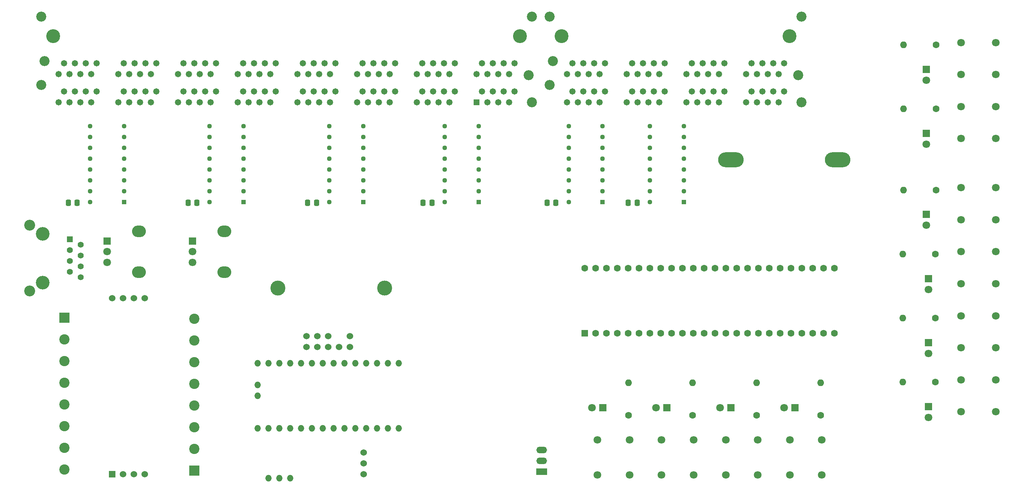
<source format=gbr>
G04 #@! TF.GenerationSoftware,KiCad,Pcbnew,(6.0.5-0)*
G04 #@! TF.CreationDate,2022-06-03T14:00:57-04:00*
G04 #@! TF.ProjectId,CentralBrain,43656e74-7261-46c4-9272-61696e2e6b69,rev?*
G04 #@! TF.SameCoordinates,Original*
G04 #@! TF.FileFunction,Soldermask,Top*
G04 #@! TF.FilePolarity,Negative*
%FSLAX46Y46*%
G04 Gerber Fmt 4.6, Leading zero omitted, Abs format (unit mm)*
G04 Created by KiCad (PCBNEW (6.0.5-0)) date 2022-06-03 14:00:57*
%MOMM*%
%LPD*%
G01*
G04 APERTURE LIST*
G04 Aperture macros list*
%AMRoundRect*
0 Rectangle with rounded corners*
0 $1 Rounding radius*
0 $2 $3 $4 $5 $6 $7 $8 $9 X,Y pos of 4 corners*
0 Add a 4 corners polygon primitive as box body*
4,1,4,$2,$3,$4,$5,$6,$7,$8,$9,$2,$3,0*
0 Add four circle primitives for the rounded corners*
1,1,$1+$1,$2,$3*
1,1,$1+$1,$4,$5*
1,1,$1+$1,$6,$7*
1,1,$1+$1,$8,$9*
0 Add four rect primitives between the rounded corners*
20,1,$1+$1,$2,$3,$4,$5,0*
20,1,$1+$1,$4,$5,$6,$7,0*
20,1,$1+$1,$6,$7,$8,$9,0*
20,1,$1+$1,$8,$9,$2,$3,0*%
G04 Aperture macros list end*
%ADD10C,3.250000*%
%ADD11C,1.478000*%
%ADD12C,2.355000*%
%ADD13C,1.803400*%
%ADD14C,1.524000*%
%ADD15O,1.524000X1.524000*%
%ADD16C,1.600000*%
%ADD17O,1.600000X1.600000*%
%ADD18R,1.130000X1.130000*%
%ADD19C,1.130000*%
%ADD20R,2.500000X1.500000*%
%ADD21O,2.500000X1.500000*%
%ADD22R,1.800000X1.800000*%
%ADD23C,1.800000*%
%ADD24C,3.500000*%
%ADD25O,3.240000X2.720000*%
%ADD26RoundRect,0.250000X0.337500X0.475000X-0.337500X0.475000X-0.337500X-0.475000X0.337500X-0.475000X0*%
%ADD27O,6.000000X3.500000*%
%ADD28R,1.530000X1.530000*%
%ADD29C,1.530000*%
%ADD30R,1.600000X1.600000*%
%ADD31C,3.200000*%
%ADD32R,1.408000X1.408000*%
%ADD33C,1.408000*%
%ADD34C,2.550000*%
%ADD35R,2.400000X2.400000*%
%ADD36C,2.400000*%
%ADD37R,1.478000X1.478000*%
G04 APERTURE END LIST*
D10*
G04 #@! TO.C,J6*
X198670000Y-34000000D03*
X145330000Y-34000000D03*
D11*
X197400000Y-46954000D03*
X196130000Y-49494000D03*
X194860000Y-46954000D03*
X193590000Y-49494000D03*
X192320000Y-46954000D03*
X191050000Y-49494000D03*
X189780000Y-46954000D03*
X188510000Y-49494000D03*
X183430000Y-46954000D03*
X182160000Y-49494000D03*
X180890000Y-46954000D03*
X179620000Y-49494000D03*
X178350000Y-46954000D03*
X177080000Y-49494000D03*
X175810000Y-46954000D03*
X174540000Y-49494000D03*
X169460000Y-46954000D03*
X168190000Y-49494000D03*
X166920000Y-46954000D03*
X165650000Y-49494000D03*
X164380000Y-46954000D03*
X163110000Y-49494000D03*
X161840000Y-46954000D03*
X160570000Y-49494000D03*
X155490000Y-46954000D03*
X154220000Y-49494000D03*
X152950000Y-46954000D03*
X151680000Y-49494000D03*
X150410000Y-46954000D03*
X149140000Y-49494000D03*
X147870000Y-46954000D03*
X146600000Y-49494000D03*
X197400000Y-40350000D03*
X196130000Y-42890000D03*
X194860000Y-40350000D03*
X193590000Y-42890000D03*
X192320000Y-40350000D03*
X191050000Y-42890000D03*
X189780000Y-40350000D03*
X188510000Y-42890000D03*
X183430000Y-40350000D03*
X182160000Y-42890000D03*
X180890000Y-40350000D03*
X179620000Y-42890000D03*
X178350000Y-40350000D03*
X177080000Y-42890000D03*
X175810000Y-40350000D03*
X174540000Y-42890000D03*
X169460000Y-40350000D03*
X168190000Y-42890000D03*
X166920000Y-40350000D03*
X165650000Y-42890000D03*
X164380000Y-40350000D03*
X163110000Y-42890000D03*
X161840000Y-40350000D03*
X160570000Y-42890000D03*
X155490000Y-40350000D03*
X154220000Y-42890000D03*
X152950000Y-40350000D03*
X151680000Y-42890000D03*
X150410000Y-40350000D03*
X149140000Y-42890000D03*
X147870000Y-40350000D03*
X146600000Y-42890000D03*
D12*
X201464000Y-29428000D03*
X142536000Y-29428000D03*
X201464000Y-49494000D03*
X200702000Y-43144000D03*
X142536000Y-45430000D03*
X143298000Y-39842000D03*
G04 #@! TD*
D13*
G04 #@! TO.C,J3*
X238806800Y-57999993D03*
X247006799Y-57999993D03*
X238806800Y-50499993D03*
X247006799Y-50499993D03*
X238806800Y-42999992D03*
X247006799Y-42999992D03*
X238806800Y-35499992D03*
X247006799Y-35499992D03*
G04 #@! TD*
G04 #@! TO.C,J1*
X153776999Y-128581800D03*
X153776999Y-136781799D03*
X161276999Y-128581800D03*
X161276999Y-136781799D03*
X168776999Y-128581800D03*
X168776999Y-136781799D03*
X176276999Y-128581800D03*
X176276999Y-136781799D03*
X183777000Y-128581800D03*
X183777000Y-136781799D03*
X191277000Y-128581800D03*
X191277000Y-136781799D03*
X198777000Y-128581800D03*
X198777000Y-136781799D03*
X206277000Y-128581800D03*
X206277000Y-136781799D03*
G04 #@! TD*
G04 #@! TO.C,J2*
X238806800Y-121999993D03*
X247006799Y-121999993D03*
X238806800Y-114499993D03*
X247006799Y-114499993D03*
X238806800Y-106999993D03*
X247006799Y-106999993D03*
X238806800Y-99499993D03*
X247006799Y-99499993D03*
X238806800Y-91999992D03*
X247006799Y-91999992D03*
X238806800Y-84499992D03*
X247006799Y-84499992D03*
X238806800Y-76999992D03*
X247006799Y-76999992D03*
X238806800Y-69499992D03*
X247006799Y-69499992D03*
G04 #@! TD*
D14*
G04 #@! TO.C,U5*
X95822701Y-104236000D03*
X90742701Y-104236000D03*
D15*
X74232701Y-125826000D03*
X76772701Y-125826000D03*
X79312701Y-125826000D03*
X81852701Y-125826000D03*
X84392701Y-125826000D03*
X86932701Y-125826000D03*
X89472701Y-125826000D03*
X92012701Y-125826000D03*
X94552701Y-125826000D03*
X97092701Y-125826000D03*
X99632701Y-125826000D03*
X102172701Y-125826000D03*
X104712701Y-125826000D03*
X107252701Y-125826000D03*
X74232701Y-115666000D03*
X74232701Y-118206000D03*
X107252701Y-110586000D03*
X104712701Y-110586000D03*
X102172701Y-110586000D03*
X99632701Y-110586000D03*
X97092701Y-110586000D03*
X94552701Y-110586000D03*
X92012701Y-110586000D03*
X89472701Y-110586000D03*
X86932701Y-110586000D03*
X84392701Y-110586000D03*
X81852701Y-110586000D03*
X79312701Y-110586000D03*
X76772701Y-110586000D03*
X74232701Y-110586000D03*
D14*
X95822701Y-106776000D03*
X93282701Y-106776000D03*
X90742701Y-106776000D03*
X88202701Y-106776000D03*
X85662701Y-106776000D03*
X88202701Y-104236000D03*
X85662701Y-104236000D03*
X99023101Y-131518140D03*
X99023101Y-134098780D03*
X99023101Y-136636240D03*
D15*
X81852701Y-137510000D03*
X79312701Y-137510000D03*
X76772701Y-137510000D03*
G04 #@! TD*
D16*
G04 #@! TO.C,R7*
X232810000Y-85051992D03*
D17*
X225190000Y-85051992D03*
G04 #@! TD*
D16*
G04 #@! TO.C,R4*
X206000000Y-122810000D03*
D17*
X206000000Y-115190000D03*
G04 #@! TD*
D16*
G04 #@! TO.C,R2*
X176000000Y-122810000D03*
D17*
X176000000Y-115190000D03*
G04 #@! TD*
D16*
G04 #@! TO.C,R1*
X161000000Y-122810000D03*
D17*
X161000000Y-115190000D03*
G04 #@! TD*
D18*
G04 #@! TO.C,U7*
X70970000Y-72890000D03*
D19*
X70970000Y-70350000D03*
X70970000Y-67810000D03*
X70970000Y-65270000D03*
X70970000Y-62730000D03*
X70970000Y-60190000D03*
X70970000Y-57650000D03*
X70970000Y-55110000D03*
X63030000Y-55110000D03*
X63030000Y-57650000D03*
X63030000Y-60190000D03*
X63030000Y-62730000D03*
X63030000Y-65270000D03*
X63030000Y-67810000D03*
X63030000Y-70350000D03*
X63030000Y-72890000D03*
G04 #@! TD*
D20*
G04 #@! TO.C,U4*
X140682500Y-136000000D03*
D21*
X140682500Y-133460000D03*
X140682500Y-130920000D03*
G04 #@! TD*
D18*
G04 #@! TO.C,U11*
X154970000Y-72890000D03*
D19*
X154970000Y-70350000D03*
X154970000Y-67810000D03*
X154970000Y-65270000D03*
X154970000Y-62730000D03*
X154970000Y-60190000D03*
X154970000Y-57650000D03*
X154970000Y-55110000D03*
X147030000Y-55110000D03*
X147030000Y-57650000D03*
X147030000Y-60190000D03*
X147030000Y-62730000D03*
X147030000Y-65270000D03*
X147030000Y-67810000D03*
X147030000Y-70350000D03*
X147030000Y-72890000D03*
G04 #@! TD*
D22*
G04 #@! TO.C,D7*
X231225000Y-90776992D03*
D23*
X231225000Y-93316992D03*
G04 #@! TD*
D16*
G04 #@! TO.C,R9*
X233000000Y-51051992D03*
D17*
X225380000Y-51051992D03*
G04 #@! TD*
D18*
G04 #@! TO.C,U8*
X125970000Y-72890000D03*
D19*
X125970000Y-70350000D03*
X125970000Y-67810000D03*
X125970000Y-65270000D03*
X125970000Y-62730000D03*
X125970000Y-60190000D03*
X125970000Y-57650000D03*
X125970000Y-55110000D03*
X118030000Y-55110000D03*
X118030000Y-57650000D03*
X118030000Y-60190000D03*
X118030000Y-62730000D03*
X118030000Y-65270000D03*
X118030000Y-67810000D03*
X118030000Y-70350000D03*
X118030000Y-72890000D03*
G04 #@! TD*
D24*
G04 #@! TO.C,H3*
X104000000Y-93000000D03*
G04 #@! TD*
D22*
G04 #@! TO.C,D3*
X185000000Y-121000000D03*
D23*
X182460000Y-121000000D03*
G04 #@! TD*
D22*
G04 #@! TO.C,D8*
X230725000Y-75776992D03*
D23*
X230725000Y-78316992D03*
G04 #@! TD*
D18*
G04 #@! TO.C,U9*
X42970000Y-72890000D03*
D19*
X42970000Y-70350000D03*
X42970000Y-67810000D03*
X42970000Y-65270000D03*
X42970000Y-62730000D03*
X42970000Y-60190000D03*
X42970000Y-57650000D03*
X42970000Y-55110000D03*
X35030000Y-55110000D03*
X35030000Y-57650000D03*
X35030000Y-60190000D03*
X35030000Y-62730000D03*
X35030000Y-65270000D03*
X35030000Y-67810000D03*
X35030000Y-70350000D03*
X35030000Y-72890000D03*
G04 #@! TD*
D16*
G04 #@! TO.C,R10*
X233000000Y-36051992D03*
D17*
X225380000Y-36051992D03*
G04 #@! TD*
D25*
G04 #@! TO.C,RV2*
X46500000Y-89300000D03*
X46500000Y-79700000D03*
D22*
X39000000Y-82000000D03*
D23*
X39000000Y-84500000D03*
X39000000Y-87000000D03*
G04 #@! TD*
D26*
G04 #@! TO.C,C6*
X163037500Y-73000000D03*
X160962500Y-73000000D03*
G04 #@! TD*
D27*
G04 #@! TO.C,H4*
X185000000Y-63000000D03*
G04 #@! TD*
D28*
G04 #@! TO.C,U1*
X40190000Y-136600000D03*
D29*
X42730000Y-136600000D03*
X45270000Y-136600000D03*
X47810000Y-136600000D03*
X47810000Y-95380000D03*
X45270000Y-95380000D03*
X42730000Y-95380000D03*
X40190000Y-95380000D03*
G04 #@! TD*
D26*
G04 #@! TO.C,C1*
X29962500Y-73000000D03*
X32037500Y-73000000D03*
G04 #@! TD*
D22*
G04 #@! TO.C,D9*
X230725000Y-56776992D03*
D23*
X230725000Y-59316992D03*
G04 #@! TD*
D26*
G04 #@! TO.C,C4*
X144037500Y-73000000D03*
X141962500Y-73000000D03*
G04 #@! TD*
D16*
G04 #@! TO.C,R8*
X233000000Y-70051992D03*
D17*
X225380000Y-70051992D03*
G04 #@! TD*
D22*
G04 #@! TO.C,D10*
X230725000Y-41776992D03*
D23*
X230725000Y-44316992D03*
G04 #@! TD*
D30*
G04 #@! TO.C,U3*
X150790000Y-103620000D03*
D16*
X153330000Y-103620000D03*
X155870000Y-103620000D03*
X158410000Y-103620000D03*
X160950000Y-103620000D03*
X163490000Y-103620000D03*
X166030000Y-103620000D03*
X168570000Y-103620000D03*
X171110000Y-103620000D03*
X173650000Y-103620000D03*
X176190000Y-103620000D03*
X178730000Y-103620000D03*
X181270000Y-103620000D03*
X183810000Y-103620000D03*
X186350000Y-103620000D03*
X188890000Y-103620000D03*
X191430000Y-103620000D03*
X193970000Y-103620000D03*
X196510000Y-103620000D03*
X199050000Y-103620000D03*
X201590000Y-103620000D03*
X204130000Y-103620000D03*
X206670000Y-103620000D03*
X209210000Y-103620000D03*
X209210000Y-88380000D03*
X206670000Y-88380000D03*
X204130000Y-88380000D03*
X201590000Y-88380000D03*
X199050000Y-88380000D03*
X196510000Y-88380000D03*
X193970000Y-88380000D03*
X191430000Y-88380000D03*
X188890000Y-88380000D03*
X186350000Y-88380000D03*
X183810000Y-88380000D03*
X181270000Y-88380000D03*
X178730000Y-88380000D03*
X176190000Y-88380000D03*
X173650000Y-88380000D03*
X171110000Y-88380000D03*
X168570000Y-88380000D03*
X166030000Y-88380000D03*
X163490000Y-88380000D03*
X160950000Y-88380000D03*
X158410000Y-88380000D03*
X155870000Y-88380000D03*
X153330000Y-88380000D03*
X150790000Y-88380000D03*
G04 #@! TD*
D22*
G04 #@! TO.C,D4*
X200000000Y-121000000D03*
D23*
X197460000Y-121000000D03*
G04 #@! TD*
D24*
G04 #@! TO.C,H1*
X79000000Y-93000000D03*
G04 #@! TD*
D18*
G04 #@! TO.C,U10*
X173970000Y-72890000D03*
D19*
X173970000Y-70350000D03*
X173970000Y-67810000D03*
X173970000Y-65270000D03*
X173970000Y-62730000D03*
X173970000Y-60190000D03*
X173970000Y-57650000D03*
X173970000Y-55110000D03*
X166030000Y-55110000D03*
X166030000Y-57650000D03*
X166030000Y-60190000D03*
X166030000Y-62730000D03*
X166030000Y-65270000D03*
X166030000Y-67810000D03*
X166030000Y-70350000D03*
X166030000Y-72890000D03*
G04 #@! TD*
D26*
G04 #@! TO.C,C3*
X60037500Y-73000000D03*
X57962500Y-73000000D03*
G04 #@! TD*
D22*
G04 #@! TO.C,D1*
X155000000Y-121000000D03*
D23*
X152460000Y-121000000D03*
G04 #@! TD*
D22*
G04 #@! TO.C,D5*
X231225000Y-120776992D03*
D23*
X231225000Y-123316992D03*
G04 #@! TD*
D31*
G04 #@! TO.C,J7*
X24000000Y-91715000D03*
X24000000Y-80285000D03*
D32*
X30350000Y-81555000D03*
D33*
X32890000Y-82825000D03*
X30350000Y-84095000D03*
X32890000Y-85365000D03*
X30350000Y-86635000D03*
X32890000Y-87905000D03*
X30350000Y-89175000D03*
X32890000Y-90445000D03*
D34*
X20950000Y-78285000D03*
X20950000Y-93715000D03*
G04 #@! TD*
D25*
G04 #@! TO.C,RV1*
X66500000Y-79700000D03*
X66500000Y-89300000D03*
D22*
X59000000Y-82000000D03*
D23*
X59000000Y-84500000D03*
X59000000Y-87000000D03*
G04 #@! TD*
D35*
G04 #@! TO.C,J4*
X59462500Y-135780000D03*
D36*
X59462500Y-130700000D03*
X59462500Y-125620000D03*
X59462500Y-120540000D03*
X59462500Y-115460000D03*
X59462500Y-110380000D03*
X59462500Y-105300000D03*
X59462500Y-100220000D03*
G04 #@! TD*
D16*
G04 #@! TO.C,R3*
X191000000Y-122810000D03*
D17*
X191000000Y-115190000D03*
G04 #@! TD*
D35*
G04 #@! TO.C,J8*
X29000000Y-100000000D03*
D36*
X29000000Y-105080000D03*
X29000000Y-110160000D03*
X29000000Y-115240000D03*
X29000000Y-120320000D03*
X29000000Y-125400000D03*
X29000000Y-130480000D03*
X29000000Y-135560000D03*
G04 #@! TD*
D22*
G04 #@! TO.C,D6*
X231225000Y-105776992D03*
D23*
X231225000Y-108316992D03*
G04 #@! TD*
D26*
G04 #@! TO.C,C2*
X88037500Y-73000000D03*
X85962500Y-73000000D03*
G04 #@! TD*
D16*
G04 #@! TO.C,R6*
X232810000Y-100051992D03*
D17*
X225190000Y-100051992D03*
G04 #@! TD*
D16*
G04 #@! TO.C,R5*
X232810000Y-115051992D03*
D17*
X225190000Y-115051992D03*
G04 #@! TD*
D18*
G04 #@! TO.C,U6*
X98970000Y-72890000D03*
D19*
X98970000Y-70350000D03*
X98970000Y-67810000D03*
X98970000Y-65270000D03*
X98970000Y-62730000D03*
X98970000Y-60190000D03*
X98970000Y-57650000D03*
X98970000Y-55110000D03*
X91030000Y-55110000D03*
X91030000Y-57650000D03*
X91030000Y-60190000D03*
X91030000Y-62730000D03*
X91030000Y-65270000D03*
X91030000Y-67810000D03*
X91030000Y-70350000D03*
X91030000Y-72890000D03*
G04 #@! TD*
D27*
G04 #@! TO.C,H6*
X210000000Y-63000000D03*
G04 #@! TD*
D22*
G04 #@! TO.C,D2*
X170000000Y-121000000D03*
D23*
X167460000Y-121000000D03*
G04 #@! TD*
D10*
G04 #@! TO.C,J5*
X26390000Y-34000000D03*
X135610000Y-34000000D03*
D37*
X125450000Y-49490000D03*
D11*
X126720000Y-46950000D03*
X127990000Y-49490000D03*
X129260000Y-46950000D03*
X130530000Y-49490000D03*
X131800000Y-46950000D03*
X133070000Y-49490000D03*
X134340000Y-46950000D03*
X111480000Y-49490000D03*
X112750000Y-46950000D03*
X114020000Y-49490000D03*
X115290000Y-46950000D03*
X116560000Y-49490000D03*
X117830000Y-46950000D03*
X119100000Y-49490000D03*
X120370000Y-46950000D03*
X97510000Y-49490000D03*
X98780000Y-46950000D03*
X100050000Y-49490000D03*
X101320000Y-46950000D03*
X102590000Y-49490000D03*
X103860000Y-46950000D03*
X105130000Y-49490000D03*
X106400000Y-46950000D03*
X83540000Y-49490000D03*
X84810000Y-46950000D03*
X86080000Y-49490000D03*
X87350000Y-46950000D03*
X88620000Y-49490000D03*
X89890000Y-46950000D03*
X91160000Y-49490000D03*
X92430000Y-46950000D03*
X69570000Y-49490000D03*
X70840000Y-46950000D03*
X72110000Y-49490000D03*
X73380000Y-46950000D03*
X74650000Y-49490000D03*
X75920000Y-46950000D03*
X77190000Y-49490000D03*
X78460000Y-46950000D03*
X55600000Y-49490000D03*
X56870000Y-46950000D03*
X58140000Y-49490000D03*
X59410000Y-46950000D03*
X60680000Y-49490000D03*
X61950000Y-46950000D03*
X63220000Y-49490000D03*
X64490000Y-46950000D03*
X41630000Y-49490000D03*
X42900000Y-46950000D03*
X44170000Y-49490000D03*
X45440000Y-46950000D03*
X46710000Y-49490000D03*
X47980000Y-46950000D03*
X49250000Y-49490000D03*
X50520000Y-46950000D03*
X27660000Y-49490000D03*
X28930000Y-46950000D03*
X30200000Y-49490000D03*
X31470000Y-46950000D03*
X32740000Y-49490000D03*
X34010000Y-46950000D03*
X35280000Y-49490000D03*
X36550000Y-46950000D03*
X134340000Y-40350000D03*
X133070000Y-42890000D03*
X131800000Y-40350000D03*
X130530000Y-42890000D03*
X129260000Y-40350000D03*
X127990000Y-42890000D03*
X126720000Y-40350000D03*
X125450000Y-42890000D03*
X120370000Y-40350000D03*
X119100000Y-42890000D03*
X117830000Y-40350000D03*
X116560000Y-42890000D03*
X115290000Y-40350000D03*
X114020000Y-42890000D03*
X112750000Y-40350000D03*
X111480000Y-42890000D03*
X106400000Y-40350000D03*
X105130000Y-42890000D03*
X103860000Y-40350000D03*
X102590000Y-42890000D03*
X101320000Y-40350000D03*
X100050000Y-42890000D03*
X98780000Y-40350000D03*
X97510000Y-42890000D03*
X92430000Y-40350000D03*
X91160000Y-42890000D03*
X89890000Y-40350000D03*
X88620000Y-42890000D03*
X87350000Y-40350000D03*
X86080000Y-42890000D03*
X84810000Y-40350000D03*
X83540000Y-42890000D03*
X78460000Y-40350000D03*
X77190000Y-42890000D03*
X75920000Y-40350000D03*
X74650000Y-42890000D03*
X73380000Y-40350000D03*
X72110000Y-42890000D03*
X70840000Y-40350000D03*
X69570000Y-42890000D03*
X64490000Y-40350000D03*
X63220000Y-42890000D03*
X61950000Y-40350000D03*
X60680000Y-42890000D03*
X59410000Y-40350000D03*
X58140000Y-42890000D03*
X56870000Y-40350000D03*
X55600000Y-42890000D03*
X50520000Y-40350000D03*
X49250000Y-42890000D03*
X47980000Y-40350000D03*
X46710000Y-42890000D03*
X45440000Y-40350000D03*
X44170000Y-42890000D03*
X42900000Y-40350000D03*
X41630000Y-42890000D03*
X36550000Y-40350000D03*
X35280000Y-42890000D03*
X34010000Y-40350000D03*
X32740000Y-42890000D03*
X31470000Y-40350000D03*
X30200000Y-42890000D03*
X28930000Y-40350000D03*
X27660000Y-42890000D03*
D12*
X138400000Y-49490000D03*
X137640000Y-43140000D03*
X138400000Y-29430000D03*
X23600000Y-45430000D03*
X24360000Y-39840000D03*
X23600000Y-29430000D03*
G04 #@! TD*
D26*
G04 #@! TO.C,C5*
X115037500Y-73000000D03*
X112962500Y-73000000D03*
G04 #@! TD*
M02*

</source>
